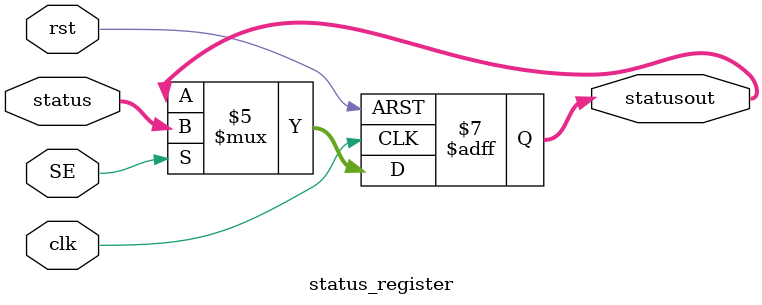
<source format=v>
module status_register (
    status , SE , statusout , clk , rst
);

input [3:0] status;
input clk , rst, SE;
output reg [3:0] statusout;

always @(negedge clk, posedge rst) begin
		if (rst == 1'b1)
			statusout <= 4'b0000;
		else begin
			if (SE == 1'b1)
				statusout <= status;
			else
				statusout <= statusout;
		end
	end
endmodule
</source>
